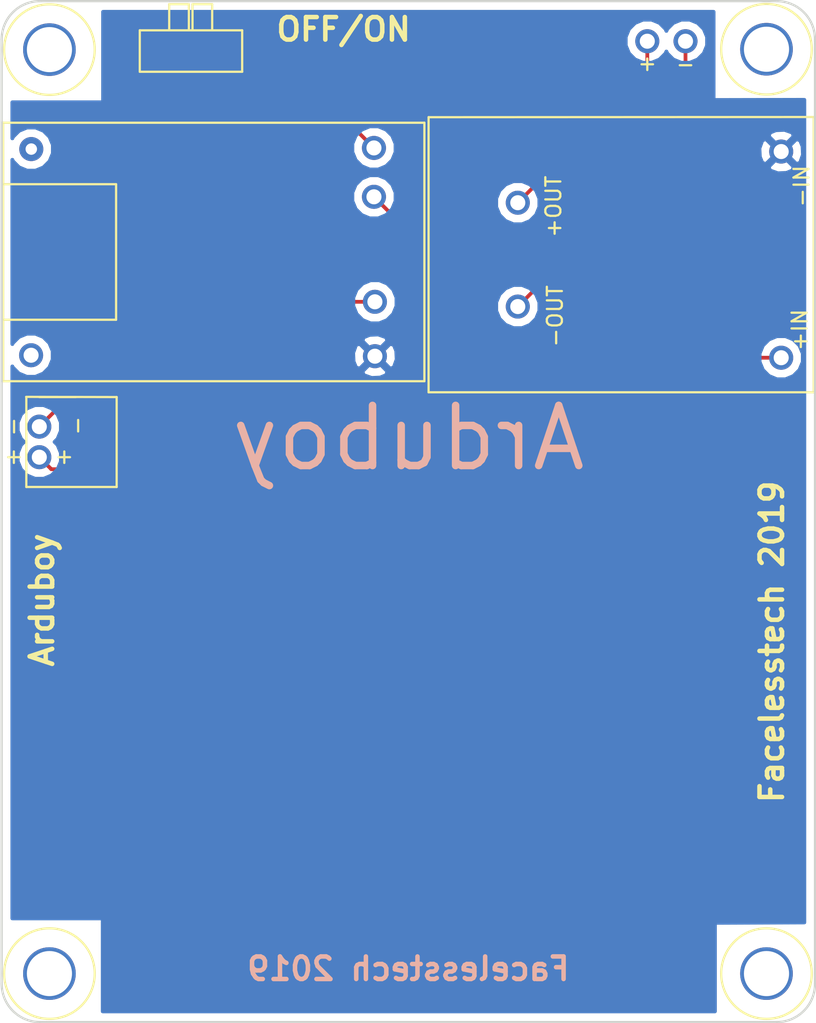
<source format=kicad_pcb>
(kicad_pcb (version 20171130) (host pcbnew 5.0.2+dfsg1-1~bpo9+1)

  (general
    (thickness 1.6)
    (drawings 13)
    (tracks 20)
    (zones 0)
    (modules 9)
    (nets 15)
  )

  (page A4)
  (layers
    (0 F.Cu signal)
    (31 B.Cu signal hide)
    (32 B.Adhes user)
    (33 F.Adhes user)
    (34 B.Paste user)
    (35 F.Paste user)
    (36 B.SilkS user)
    (37 F.SilkS user)
    (38 B.Mask user)
    (39 F.Mask user)
    (40 Dwgs.User user)
    (41 Cmts.User user)
    (42 Eco1.User user)
    (43 Eco2.User user)
    (44 Edge.Cuts user)
    (45 Margin user)
    (46 B.CrtYd user)
    (47 F.CrtYd user)
    (48 B.Fab user)
    (49 F.Fab user)
  )

  (setup
    (last_trace_width 0.25)
    (trace_clearance 0.2)
    (zone_clearance 0.508)
    (zone_45_only no)
    (trace_min 0.2)
    (segment_width 0.2)
    (edge_width 0.15)
    (via_size 0.8)
    (via_drill 0.4)
    (via_min_size 0.4)
    (via_min_drill 0.3)
    (uvia_size 0.3)
    (uvia_drill 0.1)
    (uvias_allowed no)
    (uvia_min_size 0.2)
    (uvia_min_drill 0.1)
    (pcb_text_width 0.3)
    (pcb_text_size 1.5 1.5)
    (mod_edge_width 0.15)
    (mod_text_size 1 1)
    (mod_text_width 0.15)
    (pad_size 1.524 1.524)
    (pad_drill 0.762)
    (pad_to_mask_clearance 0.051)
    (solder_mask_min_width 0.25)
    (aux_axis_origin 0 0)
    (visible_elements FFFFFF7F)
    (pcbplotparams
      (layerselection 0x010f0_ffffffff)
      (usegerberextensions false)
      (usegerberattributes false)
      (usegerberadvancedattributes false)
      (creategerberjobfile false)
      (excludeedgelayer true)
      (linewidth 0.100000)
      (plotframeref false)
      (viasonmask false)
      (mode 1)
      (useauxorigin false)
      (hpglpennumber 1)
      (hpglpenspeed 20)
      (hpglpendiameter 15.000000)
      (psnegative false)
      (psa4output false)
      (plotreference true)
      (plotvalue true)
      (plotinvisibletext false)
      (padsonsilk false)
      (subtractmaskfromsilk false)
      (outputformat 1)
      (mirror false)
      (drillshape 0)
      (scaleselection 1)
      (outputdirectory "gerbers/"))
  )

  (net 0 "")
  (net 1 "Net-(U2-Pad1)")
  (net 2 "Net-(U5-Pad1)")
  (net 3 "Net-(U6-Pad1)")
  (net 4 "Net-(U7-Pad1)")
  (net 5 "Net-(U1-Pad2)")
  (net 6 "Net-(SW1-Pad1)")
  (net 7 "Net-(U1-Pad3)")
  (net 8 "Net-(SW1-Pad3)")
  (net 9 "Net-(SW1-Pad2)")
  (net 10 "Net-(U3-Pad1)")
  (net 11 "Net-(U3-Pad2)")
  (net 12 "Net-(U4-Pad1)")
  (net 13 "Net-(U4-Pad2)")
  (net 14 "Net-(U1-Pad4)")

  (net_class Default "This is the default net class."
    (clearance 0.2)
    (trace_width 0.25)
    (via_dia 0.8)
    (via_drill 0.4)
    (uvia_dia 0.3)
    (uvia_drill 0.1)
    (add_net "Net-(SW1-Pad1)")
    (add_net "Net-(SW1-Pad2)")
    (add_net "Net-(SW1-Pad3)")
    (add_net "Net-(U1-Pad2)")
    (add_net "Net-(U1-Pad3)")
    (add_net "Net-(U1-Pad4)")
    (add_net "Net-(U2-Pad1)")
    (add_net "Net-(U3-Pad1)")
    (add_net "Net-(U3-Pad2)")
    (add_net "Net-(U4-Pad1)")
    (add_net "Net-(U4-Pad2)")
    (add_net "Net-(U5-Pad1)")
    (add_net "Net-(U6-Pad1)")
    (add_net "Net-(U7-Pad1)")
  )

  (module power_bank_boards:usb_5v_boost_green (layer F.Cu) (tedit 5D26F4C5) (tstamp 5D608A2F)
    (at 97.9932 75.8698 90)
    (path /5D26F5BA)
    (fp_text reference U1 (at -0.1524 -12.3317 90) (layer F.SilkS) hide
      (effects (font (size 1 1) (thickness 0.15)))
    )
    (fp_text value 5v_boost_green (at 0.1651 -8.2804 90) (layer F.Fab) hide
      (effects (font (size 1 1) (thickness 0.15)))
    )
    (fp_line (start -9.1567 2.159) (end 9.1567 2.159) (layer F.SilkS) (width 0.15))
    (fp_line (start 9.1567 2.159) (end 9.144 -23.4442) (layer F.SilkS) (width 0.15))
    (fp_line (start 9.144 -23.4442) (end -9.1567 -23.4442) (layer F.SilkS) (width 0.15))
    (fp_line (start -9.1567 -23.4442) (end -9.1567 2.159) (layer F.SilkS) (width 0.15))
    (fp_text user +IN (at -5.0038 1.2319 90) (layer F.SilkS)
      (effects (font (size 1 1) (thickness 0.15)))
    )
    (fp_text user -IN (at 4.5593 1.3589 90) (layer F.SilkS)
      (effects (font (size 1 1) (thickness 0.15)))
    )
    (fp_text user +OUT (at 3.2004 -15.1384 90) (layer F.SilkS)
      (effects (font (size 1 1) (thickness 0.15)))
    )
    (fp_text user -OUT (at -4.0894 -15.0368 90) (layer F.SilkS)
      (effects (font (size 1 1) (thickness 0.15)))
    )
    (pad 1 thru_hole circle (at -6.858 0 90) (size 1.6 1.6) (drill 1) (layers *.Cu *.Mask)
      (net 9 "Net-(SW1-Pad2)"))
    (pad 2 thru_hole circle (at 6.858 0 90) (size 1.6 1.6) (drill 1) (layers *.Cu *.Mask)
      (net 5 "Net-(U1-Pad2)"))
    (pad 3 thru_hole circle (at -3.4544 -17.5133 90) (size 1.6 1.6) (drill 1) (layers *.Cu *.Mask)
      (net 7 "Net-(U1-Pad3)"))
    (pad 4 thru_hole circle (at 3.4544 -17.5133 90) (size 1.6 1.6) (drill 1) (layers *.Cu *.Mask)
      (net 14 "Net-(U1-Pad4)"))
  )

  (module m3_hole_custom:m3_hole_custom (layer F.Cu) (tedit 5CE91036) (tstamp 5CFCA84E)
    (at 49.3395 123.698)
    (path /5CE49055)
    (fp_text reference U2 (at 0 2.921) (layer F.SilkS) hide
      (effects (font (size 1 1) (thickness 0.15)))
    )
    (fp_text value m3_standsoffs (at 0 -2.921) (layer F.Fab) hide
      (effects (font (size 1 1) (thickness 0.15)))
    )
    (fp_circle (center 0 0) (end 2.8575 0.9525) (layer F.SilkS) (width 0.15))
    (pad 1 thru_hole circle (at 0 0) (size 3.5 3.5) (drill 3) (layers *.Cu *.Mask)
      (net 1 "Net-(U2-Pad1)"))
  )

  (module m3_hole_custom:m3_hole_custom (layer F.Cu) (tedit 5CE90FF2) (tstamp 5CFCA762)
    (at 49.3395 62.23)
    (path /5CE4911B)
    (fp_text reference U5 (at 0 2.921) (layer F.SilkS) hide
      (effects (font (size 1 1) (thickness 0.15)))
    )
    (fp_text value m3_standsoffs (at 0 -2.921) (layer F.Fab) hide
      (effects (font (size 1 1) (thickness 0.15)))
    )
    (fp_circle (center 0 0) (end 2.8575 0.9525) (layer F.SilkS) (width 0.15))
    (pad 1 thru_hole circle (at 0 0) (size 3.5 3.5) (drill 3) (layers *.Cu *.Mask)
      (net 2 "Net-(U5-Pad1)"))
  )

  (module m3_hole_custom:m3_hole_custom (layer F.Cu) (tedit 5CE91049) (tstamp 5CFCA87E)
    (at 97.0153 123.698)
    (path /5CE49171)
    (fp_text reference U6 (at 0 2.921) (layer F.SilkS) hide
      (effects (font (size 1 1) (thickness 0.15)))
    )
    (fp_text value m3_standsoffs (at 0 -2.921) (layer F.Fab) hide
      (effects (font (size 1 1) (thickness 0.15)))
    )
    (fp_circle (center 0 0) (end 2.8575 0.9525) (layer F.SilkS) (width 0.15))
    (pad 1 thru_hole circle (at 0 0) (size 3.5 3.5) (drill 3) (layers *.Cu *.Mask)
      (net 3 "Net-(U6-Pad1)"))
  )

  (module m3_hole_custom:m3_hole_custom (layer F.Cu) (tedit 5CE90FDE) (tstamp 5CFCA7BB)
    (at 97.0153 62.2046)
    (path /5CE491A3)
    (fp_text reference U7 (at 0 2.921) (layer F.SilkS) hide
      (effects (font (size 1 1) (thickness 0.15)))
    )
    (fp_text value m3_standsoffs (at 0 -2.921) (layer F.Fab) hide
      (effects (font (size 1 1) (thickness 0.15)))
    )
    (fp_circle (center 0 0) (end 2.8575 0.9525) (layer F.SilkS) (width 0.15))
    (pad 1 thru_hole circle (at 0 0) (size 3.5 3.5) (drill 3) (layers *.Cu *.Mask)
      (net 4 "Net-(U7-Pad1)"))
  )

  (module battery_connector_custom:battery_connector_custom (layer F.Cu) (tedit 5CE90FDB) (tstamp 5CFCA6C2)
    (at 90.3605 61.6712 180)
    (path /5CE4C8F0)
    (fp_text reference U8 (at 3.4925 0 270) (layer F.SilkS) hide
      (effects (font (size 1 1) (thickness 0.15)))
    )
    (fp_text value battery_custom (at -3.429 0 270) (layer F.Fab) hide
      (effects (font (size 1 1) (thickness 0.15)))
    )
    (fp_text user + (at 1.27 -1.4605 180) (layer F.SilkS)
      (effects (font (size 1 1) (thickness 0.15)))
    )
    (fp_text user - (at -1.27 -1.524 180) (layer F.SilkS)
      (effects (font (size 1 1) (thickness 0.15)))
    )
    (pad 1 thru_hole circle (at -1.27 0 180) (size 1.6 1.6) (drill 1) (layers *.Cu *.Mask)
      (net 7 "Net-(U1-Pad3)"))
    (pad 2 thru_hole circle (at 1.27 0 180) (size 1.6 1.6) (drill 1) (layers *.Cu *.Mask)
      (net 14 "Net-(U1-Pad4)"))
  )

  (module battery_connector_custom:jst_2pin_right_angle (layer F.Cu) (tedit 5D0E6228) (tstamp 5D608B26)
    (at 48.6664 88.3285 270)
    (path /5CE98384)
    (fp_text reference U3 (at 0 3.429 270) (layer F.SilkS) hide
      (effects (font (size 1 1) (thickness 0.15)))
    )
    (fp_text value battery_custom (at -4.318 0) (layer F.Fab) hide
      (effects (font (size 1 1) (thickness 0.15)))
    )
    (fp_line (start -2.9845 0) (end -2.9845 -2.413) (layer F.SilkS) (width 0.15))
    (fp_text user + (at 1.016 -1.5875 270) (layer F.SilkS)
      (effects (font (size 1 1) (thickness 0.15)))
    )
    (fp_text user _ (at -1.0795 -2.032 270) (layer F.SilkS)
      (effects (font (size 1 1) (thickness 0.15)))
    )
    (fp_text user - (at -1.016 1.7526 270) (layer F.SilkS)
      (effects (font (size 1 1) (thickness 0.15)))
    )
    (fp_text user + (at 1.016 1.7653 270) (layer F.SilkS)
      (effects (font (size 1 1) (thickness 0.15)))
    )
    (fp_line (start -2.9845 0.8636) (end 2.9972 0.8636) (layer F.SilkS) (width 0.15))
    (fp_line (start 2.9972 0.8636) (end 2.9972 -5.1435) (layer F.SilkS) (width 0.15))
    (fp_line (start 2.9972 -5.1435) (end -2.9845 -5.1435) (layer F.SilkS) (width 0.15))
    (fp_line (start -2.9845 -5.1435) (end -2.9972 0.8763) (layer F.SilkS) (width 0.15))
    (pad 1 thru_hole circle (at -1.016 0 270) (size 1.6 1.6) (drill 1) (layers *.Cu *.Mask)
      (net 10 "Net-(U3-Pad1)"))
    (pad 2 thru_hole circle (at 1.016 0 270) (size 1.6 1.6) (drill 1) (layers *.Cu *.Mask)
      (net 11 "Net-(U3-Pad2)"))
  )

  (module buttons_custom:tiny_smd_slide_switch_custom (layer F.Cu) (tedit 5D0E620A) (tstamp 5D0179C7)
    (at 61.0997 63.7032 180)
    (path /5CE981E1)
    (fp_text reference SW1 (at 2.4003 -5.08 180) (layer F.SilkS) hide
      (effects (font (size 1 1) (thickness 0.15)))
    )
    (fp_text value SW_Push_SPDT (at 2.2352 -3.2639 180) (layer F.Fab) hide
      (effects (font (size 1 1) (thickness 0.15)))
    )
    (fp_line (start -1.0541 0) (end 5.7531 0) (layer F.SilkS) (width 0.15))
    (fp_line (start 5.7531 0) (end 5.7531 2.7559) (layer F.SilkS) (width 0.15))
    (fp_line (start -1.0541 0) (end -1.0541 2.7559) (layer F.SilkS) (width 0.15))
    (fp_line (start -1.0541 2.7559) (end 5.7531 2.7559) (layer F.SilkS) (width 0.15))
    (fp_line (start 2.4892 2.7686) (end 2.4892 4.4831) (layer F.SilkS) (width 0.15))
    (fp_line (start 2.4892 4.4958) (end 3.7973 4.4958) (layer F.SilkS) (width 0.15))
    (fp_line (start 3.7973 4.4958) (end 3.7973 2.7686) (layer F.SilkS) (width 0.15))
    (fp_line (start 2.2479 2.7559) (end 2.2479 4.4958) (layer F.SilkS) (width 0.15))
    (fp_line (start 2.2479 4.4958) (end 0.9398 4.4958) (layer F.SilkS) (width 0.15))
    (fp_line (start 0.9398 4.4958) (end 0.9398 2.7559) (layer F.SilkS) (width 0.15))
    (pad 1 smd rect (at 0 -1.0033 180) (size 0.8 2) (layers F.Cu F.Paste F.Mask)
      (net 6 "Net-(SW1-Pad1)"))
    (pad 3 smd rect (at 4.7117 -1.0033 180) (size 0.8 2) (layers F.Cu F.Paste F.Mask)
      (net 8 "Net-(SW1-Pad3)"))
    (pad 2 smd rect (at 3.0099 -1.0033 180) (size 0.8 2) (layers F.Cu F.Paste F.Mask)
      (net 9 "Net-(SW1-Pad2)"))
    (pad 4 smd rect (at 6.4389 0.3302 270) (size 0.8 1.5) (layers F.Cu F.Paste F.Mask))
    (pad 4 smd rect (at 6.4262 2.4384 270) (size 0.8 1.5) (layers F.Cu F.Paste F.Mask))
    (pad 4 smd rect (at -1.7272 0.3175 270) (size 0.8 1.5) (layers F.Cu F.Paste F.Mask))
    (pad 4 smd rect (at -1.7272 2.4384 270) (size 0.8 1.5) (layers F.Cu F.Paste F.Mask))
  )

  (module power_bank_boards:USB_C_lipo_charger_custom (layer F.Cu) (tedit 5D26F4BE) (tstamp 5D608C89)
    (at 48.133 75.692 270)
    (path /5D0F9A91)
    (fp_text reference U4 (at 13.6652 -11.0363) (layer F.SilkS) hide
      (effects (font (size 1 1) (thickness 0.15)))
    )
    (fp_text value USB_C_lipo_charger_custom (at 11.1633 -11.3919) (layer F.Fab) hide
      (effects (font (size 1 1) (thickness 0.15)))
    )
    (fp_line (start -8.5979 1.8669) (end 8.5979 1.8669) (layer F.SilkS) (width 0.15))
    (fp_line (start 8.5979 1.8669) (end 8.5979 -26.1366) (layer F.SilkS) (width 0.15))
    (fp_line (start -8.5979 1.8669) (end -8.5979 -26.1366) (layer F.SilkS) (width 0.15))
    (fp_line (start -8.5979 -26.1366) (end 8.5979 -26.1366) (layer F.SilkS) (width 0.15))
    (fp_line (start -4.5085 1.8669) (end -4.5085 -5.6388) (layer F.SilkS) (width 0.15))
    (fp_line (start -4.5085 -5.6388) (end 4.5085 -5.6388) (layer F.SilkS) (width 0.15))
    (fp_line (start 4.5085 -5.6388) (end 4.5085 1.8669) (layer F.SilkS) (width 0.15))
    (pad 1 thru_hole circle (at -6.8453 0 270) (size 1.6 1.6) (drill 0.7621) (layers *.Cu *.Mask)
      (net 12 "Net-(U4-Pad1)"))
    (pad 2 thru_hole circle (at 6.8707 0.0127 270) (size 1.6 1.6) (drill 1) (layers *.Cu *.Mask)
      (net 13 "Net-(U4-Pad2)"))
    (pad 3 thru_hole circle (at -6.9215 -22.7838 270) (size 1.6 1.6) (drill 1) (layers *.Cu *.Mask)
      (net 6 "Net-(SW1-Pad1)"))
    (pad 4 thru_hole circle (at -3.6703 -22.7838 270) (size 1.6 1.6) (drill 1) (layers *.Cu *.Mask)
      (net 11 "Net-(U3-Pad2)"))
    (pad 6 thru_hole circle (at 6.9342 -22.8473 270) (size 1.6 1.6) (drill 1) (layers *.Cu *.Mask)
      (net 5 "Net-(U1-Pad2)"))
    (pad 5 thru_hole circle (at 3.3147 -22.8473 270) (size 1.6 1.6) (drill 1) (layers *.Cu *.Mask)
      (net 10 "Net-(U3-Pad1)"))
  )

  (gr_text Arduboy (at 73.2028 88.0745) (layer B.SilkS) (tstamp 5D321CD8)
    (effects (font (size 4 4) (thickness 0.5)) (justify mirror))
  )
  (gr_text "Facelesstech 2019" (at 73.2028 123.3805) (layer B.SilkS) (tstamp 5D608BED)
    (effects (font (size 1.5 1.5) (thickness 0.3)) (justify mirror))
  )
  (gr_text Arduboy (at 48.8442 98.8441 90) (layer F.SilkS)
    (effects (font (size 1.5 1.5) (thickness 0.3)))
  )
  (gr_text "Facelesstech 2019" (at 97.3709 101.6254 90) (layer F.SilkS)
    (effects (font (size 1.5 1.5) (thickness 0.3)))
  )
  (gr_text OFF/ON (at 68.8975 60.8838) (layer F.SilkS)
    (effects (font (size 1.5 1.5) (thickness 0.3)))
  )
  (gr_line (start 46.1645 61.5442) (end 46.1645 124.3584) (layer Edge.Cuts) (width 0.15) (tstamp 5D608BBA))
  (gr_line (start 97.7011 59.0042) (end 48.7045 59.0042) (layer Edge.Cuts) (width 0.15))
  (gr_line (start 100.2411 124.3838) (end 100.2411 61.5696) (layer Edge.Cuts) (width 0.15) (tstamp 5D608BE4))
  (gr_line (start 48.7045 126.9238) (end 97.7011 126.9238) (layer Edge.Cuts) (width 0.15))
  (gr_arc (start 48.7045 124.3838) (end 46.1645 124.3838) (angle -90) (layer Edge.Cuts) (width 0.15))
  (gr_arc (start 48.7045 61.5442) (end 48.7045 59.0042) (angle -90) (layer Edge.Cuts) (width 0.15))
  (gr_arc (start 97.7011 61.5442) (end 100.2411 61.5442) (angle -90) (layer Edge.Cuts) (width 0.15))
  (gr_arc (start 97.7011 124.3838) (end 97.7011 126.9238) (angle -90) (layer Edge.Cuts) (width 0.15))

  (segment (start 66.8528 64.7065) (end 61.0997 64.7065) (width 0.25) (layer F.Cu) (net 6))
  (segment (start 70.9168 68.7705) (end 66.8528 64.7065) (width 0.25) (layer F.Cu) (net 6))
  (segment (start 91.6305 68.1736) (end 80.4799 79.3242) (width 0.25) (layer F.Cu) (net 7))
  (segment (start 91.6305 61.6712) (end 91.6305 68.1736) (width 0.25) (layer F.Cu) (net 7))
  (segment (start 58.0898 65.3065) (end 63.2556 70.4723) (width 0.25) (layer F.Cu) (net 9))
  (segment (start 58.0898 64.7065) (end 58.0898 65.3065) (width 0.25) (layer F.Cu) (net 9))
  (segment (start 63.2556 70.4723) (end 72.1741 70.4723) (width 0.25) (layer F.Cu) (net 9))
  (segment (start 72.1741 70.4723) (end 77.3557 75.6539) (width 0.25) (layer F.Cu) (net 9))
  (segment (start 77.3557 75.6539) (end 77.3557 80.1243) (width 0.25) (layer F.Cu) (net 9))
  (segment (start 79.9592 82.7278) (end 97.9932 82.7278) (width 0.25) (layer F.Cu) (net 9))
  (segment (start 77.3557 80.1243) (end 79.9592 82.7278) (width 0.25) (layer F.Cu) (net 9))
  (segment (start 56.9722 79.0067) (end 48.6664 87.3125) (width 0.25) (layer F.Cu) (net 10))
  (segment (start 70.9803 79.0067) (end 56.9722 79.0067) (width 0.25) (layer F.Cu) (net 10))
  (segment (start 49.466399 90.144499) (end 68.084801 90.144499) (width 0.25) (layer F.Cu) (net 11))
  (segment (start 48.6664 89.3445) (end 49.466399 90.144499) (width 0.25) (layer F.Cu) (net 11))
  (segment (start 68.084801 90.144499) (end 74.2442 83.9851) (width 0.25) (layer F.Cu) (net 11))
  (segment (start 74.2442 75.3491) (end 70.9168 72.0217) (width 0.25) (layer F.Cu) (net 11))
  (segment (start 74.2442 83.9851) (end 74.2442 75.3491) (width 0.25) (layer F.Cu) (net 11))
  (segment (start 89.0905 63.8048) (end 89.0905 61.6712) (width 0.25) (layer F.Cu) (net 14))
  (segment (start 80.4799 72.4154) (end 89.0905 63.8048) (width 0.25) (layer F.Cu) (net 14))

  (zone (net 5) (net_name "Net-(U1-Pad2)") (layer B.Cu) (tstamp 0) (hatch edge 0.508)
    (connect_pads (clearance 0.508))
    (min_thickness 0.254)
    (fill yes (arc_segments 16) (thermal_gap 0.508) (thermal_bridge_width 0.508))
    (polygon
      (pts
        (xy 46.4058 65.6082) (xy 52.7812 65.6082) (xy 52.7812 59.2455) (xy 93.6244 59.2328) (xy 93.6244 65.4558)
        (xy 100.0125 65.4431) (xy 100.0125 120.4214) (xy 93.7133 120.4468) (xy 93.7133 126.7206) (xy 52.7558 126.7206)
        (xy 52.7558 120.1547) (xy 46.3931 120.1547)
      )
    )
    (filled_polygon
      (pts
        (xy 93.4974 65.4558) (xy 93.507067 65.504401) (xy 93.534597 65.545603) (xy 93.575799 65.573133) (xy 93.624652 65.5828)
        (xy 99.531101 65.571058) (xy 99.5311 120.29634) (xy 93.712788 120.319801) (xy 93.664226 120.329664) (xy 93.623136 120.35736)
        (xy 93.595772 120.398673) (xy 93.5863 120.4468) (xy 93.5863 126.2138) (xy 52.8828 126.2138) (xy 52.8828 120.1547)
        (xy 52.873133 120.106099) (xy 52.845603 120.064897) (xy 52.804401 120.037367) (xy 52.7558 120.0277) (xy 46.8745 120.0277)
        (xy 46.8745 87.027061) (xy 47.2314 87.027061) (xy 47.2314 87.597939) (xy 47.449866 88.125362) (xy 47.653004 88.3285)
        (xy 47.449866 88.531638) (xy 47.2314 89.059061) (xy 47.2314 89.629939) (xy 47.449866 90.157362) (xy 47.853538 90.561034)
        (xy 48.380961 90.7795) (xy 48.951839 90.7795) (xy 49.479262 90.561034) (xy 49.882934 90.157362) (xy 50.1014 89.629939)
        (xy 50.1014 89.059061) (xy 49.882934 88.531638) (xy 49.679796 88.3285) (xy 49.882934 88.125362) (xy 50.1014 87.597939)
        (xy 50.1014 87.027061) (xy 49.882934 86.499638) (xy 49.479262 86.095966) (xy 48.951839 85.8775) (xy 48.380961 85.8775)
        (xy 47.853538 86.095966) (xy 47.449866 86.499638) (xy 47.2314 87.027061) (xy 46.8745 87.027061) (xy 46.8745 83.304908)
        (xy 46.903766 83.375562) (xy 47.307438 83.779234) (xy 47.834861 83.9977) (xy 48.405739 83.9977) (xy 48.933162 83.779234)
        (xy 49.078451 83.633945) (xy 70.152161 83.633945) (xy 70.226295 83.880064) (xy 70.763523 84.073165) (xy 71.333754 84.045978)
        (xy 71.734305 83.880064) (xy 71.808439 83.633945) (xy 70.9803 82.805805) (xy 70.152161 83.633945) (xy 49.078451 83.633945)
        (xy 49.336834 83.375562) (xy 49.5553 82.848139) (xy 49.5553 82.409423) (xy 69.533335 82.409423) (xy 69.560522 82.979654)
        (xy 69.726436 83.380205) (xy 69.972555 83.454339) (xy 70.800695 82.6262) (xy 71.159905 82.6262) (xy 71.988045 83.454339)
        (xy 72.234164 83.380205) (xy 72.427265 82.842977) (xy 72.408165 82.442361) (xy 96.5582 82.442361) (xy 96.5582 83.013239)
        (xy 96.776666 83.540662) (xy 97.180338 83.944334) (xy 97.707761 84.1628) (xy 98.278639 84.1628) (xy 98.806062 83.944334)
        (xy 99.209734 83.540662) (xy 99.4282 83.013239) (xy 99.4282 82.442361) (xy 99.209734 81.914938) (xy 98.806062 81.511266)
        (xy 98.278639 81.2928) (xy 97.707761 81.2928) (xy 97.180338 81.511266) (xy 96.776666 81.914938) (xy 96.5582 82.442361)
        (xy 72.408165 82.442361) (xy 72.400078 82.272746) (xy 72.234164 81.872195) (xy 71.988045 81.798061) (xy 71.159905 82.6262)
        (xy 70.800695 82.6262) (xy 69.972555 81.798061) (xy 69.726436 81.872195) (xy 69.533335 82.409423) (xy 49.5553 82.409423)
        (xy 49.5553 82.277261) (xy 49.336834 81.749838) (xy 49.205451 81.618455) (xy 70.152161 81.618455) (xy 70.9803 82.446595)
        (xy 71.808439 81.618455) (xy 71.734305 81.372336) (xy 71.197077 81.179235) (xy 70.626846 81.206422) (xy 70.226295 81.372336)
        (xy 70.152161 81.618455) (xy 49.205451 81.618455) (xy 48.933162 81.346166) (xy 48.405739 81.1277) (xy 47.834861 81.1277)
        (xy 47.307438 81.346166) (xy 46.903766 81.749838) (xy 46.8745 81.820492) (xy 46.8745 78.721261) (xy 69.5453 78.721261)
        (xy 69.5453 79.292139) (xy 69.763766 79.819562) (xy 70.167438 80.223234) (xy 70.694861 80.4417) (xy 71.265739 80.4417)
        (xy 71.793162 80.223234) (xy 72.196834 79.819562) (xy 72.4153 79.292139) (xy 72.4153 79.038761) (xy 79.0449 79.038761)
        (xy 79.0449 79.609639) (xy 79.263366 80.137062) (xy 79.667038 80.540734) (xy 80.194461 80.7592) (xy 80.765339 80.7592)
        (xy 81.292762 80.540734) (xy 81.696434 80.137062) (xy 81.9149 79.609639) (xy 81.9149 79.038761) (xy 81.696434 78.511338)
        (xy 81.292762 78.107666) (xy 80.765339 77.8892) (xy 80.194461 77.8892) (xy 79.667038 78.107666) (xy 79.263366 78.511338)
        (xy 79.0449 79.038761) (xy 72.4153 79.038761) (xy 72.4153 78.721261) (xy 72.196834 78.193838) (xy 71.793162 77.790166)
        (xy 71.265739 77.5717) (xy 70.694861 77.5717) (xy 70.167438 77.790166) (xy 69.763766 78.193838) (xy 69.5453 78.721261)
        (xy 46.8745 78.721261) (xy 46.8745 71.736261) (xy 69.4818 71.736261) (xy 69.4818 72.307139) (xy 69.700266 72.834562)
        (xy 70.103938 73.238234) (xy 70.631361 73.4567) (xy 71.202239 73.4567) (xy 71.729662 73.238234) (xy 72.133334 72.834562)
        (xy 72.3518 72.307139) (xy 72.3518 72.129961) (xy 79.0449 72.129961) (xy 79.0449 72.700839) (xy 79.263366 73.228262)
        (xy 79.667038 73.631934) (xy 80.194461 73.8504) (xy 80.765339 73.8504) (xy 81.292762 73.631934) (xy 81.696434 73.228262)
        (xy 81.9149 72.700839) (xy 81.9149 72.129961) (xy 81.696434 71.602538) (xy 81.292762 71.198866) (xy 80.765339 70.9804)
        (xy 80.194461 70.9804) (xy 79.667038 71.198866) (xy 79.263366 71.602538) (xy 79.0449 72.129961) (xy 72.3518 72.129961)
        (xy 72.3518 71.736261) (xy 72.133334 71.208838) (xy 71.729662 70.805166) (xy 71.202239 70.5867) (xy 70.631361 70.5867)
        (xy 70.103938 70.805166) (xy 69.700266 71.208838) (xy 69.4818 71.736261) (xy 46.8745 71.736261) (xy 46.8745 69.558247)
        (xy 46.916466 69.659562) (xy 47.320138 70.063234) (xy 47.847561 70.2817) (xy 48.418439 70.2817) (xy 48.945862 70.063234)
        (xy 49.349534 69.659562) (xy 49.568 69.132139) (xy 49.568 68.561261) (xy 49.536437 68.485061) (xy 69.4818 68.485061)
        (xy 69.4818 69.055939) (xy 69.700266 69.583362) (xy 70.103938 69.987034) (xy 70.631361 70.2055) (xy 71.202239 70.2055)
        (xy 71.651173 70.019545) (xy 97.165061 70.019545) (xy 97.239195 70.265664) (xy 97.776423 70.458765) (xy 98.346654 70.431578)
        (xy 98.747205 70.265664) (xy 98.821339 70.019545) (xy 97.9932 69.191405) (xy 97.165061 70.019545) (xy 71.651173 70.019545)
        (xy 71.729662 69.987034) (xy 72.133334 69.583362) (xy 72.3518 69.055939) (xy 72.3518 68.795023) (xy 96.546235 68.795023)
        (xy 96.573422 69.365254) (xy 96.739336 69.765805) (xy 96.985455 69.839939) (xy 97.813595 69.0118) (xy 98.172805 69.0118)
        (xy 99.000945 69.839939) (xy 99.247064 69.765805) (xy 99.440165 69.228577) (xy 99.412978 68.658346) (xy 99.247064 68.257795)
        (xy 99.000945 68.183661) (xy 98.172805 69.0118) (xy 97.813595 69.0118) (xy 96.985455 68.183661) (xy 96.739336 68.257795)
        (xy 96.546235 68.795023) (xy 72.3518 68.795023) (xy 72.3518 68.485061) (xy 72.152561 68.004055) (xy 97.165061 68.004055)
        (xy 97.9932 68.832195) (xy 98.821339 68.004055) (xy 98.747205 67.757936) (xy 98.209977 67.564835) (xy 97.639746 67.592022)
        (xy 97.239195 67.757936) (xy 97.165061 68.004055) (xy 72.152561 68.004055) (xy 72.133334 67.957638) (xy 71.729662 67.553966)
        (xy 71.202239 67.3355) (xy 70.631361 67.3355) (xy 70.103938 67.553966) (xy 69.700266 67.957638) (xy 69.4818 68.485061)
        (xy 49.536437 68.485061) (xy 49.349534 68.033838) (xy 48.945862 67.630166) (xy 48.418439 67.4117) (xy 47.847561 67.4117)
        (xy 47.320138 67.630166) (xy 46.916466 68.033838) (xy 46.8745 68.135153) (xy 46.8745 65.7352) (xy 52.7812 65.7352)
        (xy 52.829801 65.725533) (xy 52.871003 65.698003) (xy 52.898533 65.656801) (xy 52.9082 65.6082) (xy 52.9082 61.385761)
        (xy 87.6555 61.385761) (xy 87.6555 61.956639) (xy 87.873966 62.484062) (xy 88.277638 62.887734) (xy 88.805061 63.1062)
        (xy 89.375939 63.1062) (xy 89.903362 62.887734) (xy 90.307034 62.484062) (xy 90.3605 62.354984) (xy 90.413966 62.484062)
        (xy 90.817638 62.887734) (xy 91.345061 63.1062) (xy 91.915939 63.1062) (xy 92.443362 62.887734) (xy 92.847034 62.484062)
        (xy 93.0655 61.956639) (xy 93.0655 61.385761) (xy 92.847034 60.858338) (xy 92.443362 60.454666) (xy 91.915939 60.2362)
        (xy 91.345061 60.2362) (xy 90.817638 60.454666) (xy 90.413966 60.858338) (xy 90.3605 60.987416) (xy 90.307034 60.858338)
        (xy 89.903362 60.454666) (xy 89.375939 60.2362) (xy 88.805061 60.2362) (xy 88.277638 60.454666) (xy 87.873966 60.858338)
        (xy 87.6555 61.385761) (xy 52.9082 61.385761) (xy 52.9082 59.7142) (xy 93.4974 59.7142)
      )
    )
  )
)

</source>
